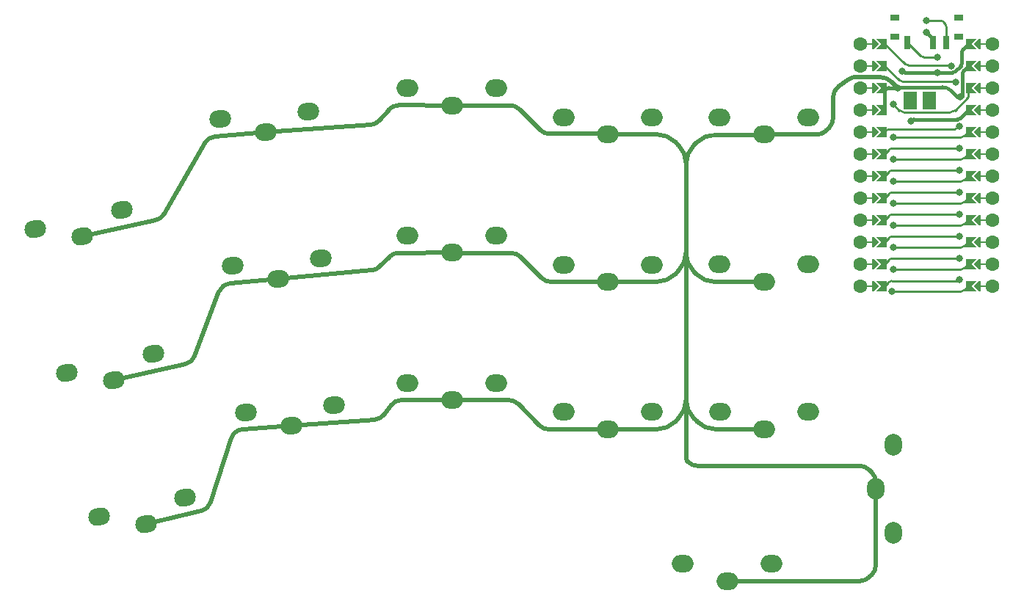
<source format=gbr>
G04 #@! TF.GenerationSoftware,KiCad,Pcbnew,6.0.0-d3dd2cf0fa~116~ubuntu20.04.1*
G04 #@! TF.CreationDate,2022-01-05T21:36:23-05:00*
G04 #@! TF.ProjectId,34,33342e6b-6963-4616-945f-706362585858,0.1*
G04 #@! TF.SameCoordinates,Original*
G04 #@! TF.FileFunction,Copper,L2,Bot*
G04 #@! TF.FilePolarity,Positive*
%FSLAX46Y46*%
G04 Gerber Fmt 4.6, Leading zero omitted, Abs format (unit mm)*
G04 Created by KiCad (PCBNEW 6.0.0-d3dd2cf0fa~116~ubuntu20.04.1) date 2022-01-05 21:36:23*
%MOMM*%
%LPD*%
G01*
G04 APERTURE LIST*
G04 Aperture macros list*
%AMHorizOval*
0 Thick line with rounded ends*
0 $1 width*
0 $2 $3 position (X,Y) of the first rounded end (center of the circle)*
0 $4 $5 position (X,Y) of the second rounded end (center of the circle)*
0 Add line between two ends*
20,1,$1,$2,$3,$4,$5,0*
0 Add two circle primitives to create the rounded ends*
1,1,$1,$2,$3*
1,1,$1,$4,$5*%
%AMFreePoly0*
4,1,5,0.125000,-0.500000,-0.125000,-0.500000,-0.125000,0.500000,0.125000,0.500000,0.125000,-0.500000,0.125000,-0.500000,$1*%
%AMFreePoly1*
4,1,6,0.600000,0.200000,0.000000,-0.400000,-0.600000,0.200000,-0.600000,0.400000,0.600000,0.400000,0.600000,0.200000,0.600000,0.200000,$1*%
%AMFreePoly2*
4,1,6,0.600000,-0.250000,-0.600000,-0.250000,-0.600000,1.000000,0.000000,0.400000,0.600000,1.000000,0.600000,-0.250000,0.600000,-0.250000,$1*%
G04 Aperture macros list end*
G04 #@! TA.AperFunction,ComponentPad*
%ADD10HorizOval,2.000000X0.244074X0.054110X-0.244074X-0.054110X0*%
G04 #@! TD*
G04 #@! TA.AperFunction,ComponentPad*
%ADD11HorizOval,2.000000X0.249049X0.021789X-0.249049X-0.021789X0*%
G04 #@! TD*
G04 #@! TA.AperFunction,ComponentPad*
%ADD12O,2.500000X2.000000*%
G04 #@! TD*
G04 #@! TA.AperFunction,ComponentPad*
%ADD13O,2.000000X2.500000*%
G04 #@! TD*
G04 #@! TA.AperFunction,SMDPad,CuDef*
%ADD14R,1.500000X2.100000*%
G04 #@! TD*
G04 #@! TA.AperFunction,SMDPad,CuDef*
%ADD15FreePoly0,90.000000*%
G04 #@! TD*
G04 #@! TA.AperFunction,ComponentPad*
%ADD16C,1.600000*%
G04 #@! TD*
G04 #@! TA.AperFunction,SMDPad,CuDef*
%ADD17FreePoly0,270.000000*%
G04 #@! TD*
G04 #@! TA.AperFunction,SMDPad,CuDef*
%ADD18FreePoly1,270.000000*%
G04 #@! TD*
G04 #@! TA.AperFunction,SMDPad,CuDef*
%ADD19FreePoly1,90.000000*%
G04 #@! TD*
G04 #@! TA.AperFunction,SMDPad,CuDef*
%ADD20FreePoly2,90.000000*%
G04 #@! TD*
G04 #@! TA.AperFunction,SMDPad,CuDef*
%ADD21FreePoly2,270.000000*%
G04 #@! TD*
G04 #@! TA.AperFunction,SMDPad,CuDef*
%ADD22R,1.000000X0.800000*%
G04 #@! TD*
G04 #@! TA.AperFunction,SMDPad,CuDef*
%ADD23R,0.700000X1.500000*%
G04 #@! TD*
G04 #@! TA.AperFunction,ViaPad*
%ADD24C,0.800000*%
G04 #@! TD*
G04 #@! TA.AperFunction,Conductor*
%ADD25C,0.250000*%
G04 #@! TD*
G04 #@! TA.AperFunction,Conductor*
%ADD26C,0.500000*%
G04 #@! TD*
G04 #@! TA.AperFunction,Conductor*
%ADD27C,0.400000*%
G04 #@! TD*
G04 APERTURE END LIST*
D10*
X31174529Y-77214371D03*
X41132748Y-75006687D03*
X36586518Y-78063121D03*
D11*
X52498174Y-64520239D03*
X62659360Y-63631250D03*
X57753079Y-66068134D03*
D12*
X74144393Y-60958851D03*
X84344393Y-60958851D03*
X79244393Y-62958851D03*
X102333086Y-64327567D03*
X92133086Y-64327567D03*
X97233086Y-66327567D03*
X120325000Y-64325000D03*
X110125000Y-64325000D03*
X115225000Y-66325000D03*
D10*
X34854005Y-93811396D03*
X44812224Y-91603712D03*
X40265994Y-94660146D03*
D11*
X64141002Y-80566566D03*
X53979816Y-81455555D03*
X59234721Y-83003450D03*
D12*
X74144389Y-77958851D03*
X84344389Y-77958851D03*
X79244389Y-79958851D03*
X102333093Y-81327564D03*
X92133093Y-81327564D03*
X97233093Y-83327564D03*
X110125004Y-81324999D03*
X120325004Y-81324999D03*
X115225004Y-83324999D03*
D11*
X55461464Y-98390863D03*
X65622650Y-97501874D03*
X60716369Y-99938758D03*
D12*
X74144382Y-94958862D03*
X84344382Y-94958862D03*
X79244382Y-96958862D03*
X92133093Y-98327566D03*
X102333093Y-98327566D03*
X97233093Y-100327566D03*
X110990000Y-117825000D03*
X116090000Y-115825000D03*
X105890000Y-115825000D03*
D13*
X130125000Y-102075000D03*
X130125000Y-112275000D03*
X128125000Y-107175000D03*
D14*
X134329702Y-62386557D03*
X132129702Y-62386557D03*
D15*
X127642099Y-81255003D03*
D16*
X126372099Y-55855003D03*
D17*
X140342099Y-83795003D03*
D16*
X141612099Y-66015003D03*
D18*
X139834099Y-78715003D03*
D19*
X128150099Y-76175003D03*
D16*
X141612099Y-60935003D03*
D18*
X139834099Y-71095003D03*
D17*
X140342099Y-78715003D03*
D16*
X126372099Y-63475003D03*
X126372099Y-68555003D03*
D19*
X128150099Y-78715003D03*
X128150099Y-66015003D03*
D16*
X141612099Y-71095003D03*
D18*
X139834099Y-58395003D03*
D16*
X141612099Y-83795003D03*
D17*
X140342099Y-66015003D03*
D18*
X139834099Y-76175003D03*
D19*
X128150099Y-71095003D03*
X128150099Y-60935003D03*
D16*
X126372099Y-58395003D03*
X141612099Y-76175003D03*
D19*
X128150099Y-83795003D03*
D15*
X127642099Y-66015003D03*
D18*
X139834099Y-81255003D03*
D17*
X140342099Y-68555003D03*
D16*
X141612099Y-68555003D03*
D19*
X128150099Y-81255003D03*
D16*
X141612099Y-55855003D03*
D19*
X128150099Y-58395003D03*
D16*
X141612099Y-73635003D03*
D17*
X140342099Y-55855003D03*
D16*
X141612099Y-63475003D03*
D15*
X127642099Y-60935003D03*
D16*
X126372099Y-60935003D03*
D15*
X127642099Y-76175003D03*
D17*
X140342099Y-58395003D03*
D16*
X126372099Y-81255003D03*
D19*
X128150099Y-73635003D03*
D16*
X126372099Y-71095003D03*
D17*
X140342099Y-63475003D03*
D18*
X139834099Y-83795003D03*
D15*
X127642099Y-73635003D03*
X127642099Y-78715003D03*
D19*
X128150099Y-68555003D03*
D16*
X126372099Y-78715003D03*
D18*
X139834099Y-55855003D03*
D16*
X141612099Y-58395003D03*
D18*
X139834099Y-73635003D03*
D15*
X127642099Y-68555003D03*
D18*
X139834099Y-68555003D03*
D17*
X140342099Y-73635003D03*
D18*
X139834099Y-66015003D03*
D16*
X126372099Y-66015003D03*
D15*
X127642099Y-55855003D03*
D18*
X139834099Y-60935003D03*
D16*
X126372099Y-76175003D03*
D17*
X140342099Y-71095003D03*
D16*
X126372099Y-83795003D03*
X126372099Y-73635003D03*
D19*
X128150099Y-63475003D03*
D17*
X140342099Y-60935003D03*
D16*
X141612099Y-81255003D03*
D17*
X140342099Y-76175003D03*
D15*
X127642099Y-83795003D03*
X127642099Y-63475003D03*
D19*
X128150099Y-55855003D03*
D16*
X141612099Y-78715003D03*
D15*
X127642099Y-71095003D03*
D18*
X139834099Y-63475003D03*
D15*
X127642099Y-58395003D03*
D17*
X140342099Y-81255003D03*
D20*
X129166099Y-55855003D03*
X129166099Y-58395003D03*
X129166099Y-60935003D03*
X129166099Y-63475003D03*
X129166099Y-66015003D03*
X129166099Y-68555003D03*
X129166099Y-71095003D03*
X129166099Y-73635003D03*
X129166099Y-76175003D03*
X129166099Y-78715003D03*
X129166099Y-81255003D03*
X129166099Y-83795003D03*
D21*
X138818099Y-83795003D03*
X138818099Y-81255003D03*
X138818099Y-78715003D03*
X138818099Y-76175003D03*
X138818099Y-73635003D03*
X138818099Y-71095003D03*
X138818099Y-68555003D03*
X138818099Y-66015003D03*
X138818099Y-63475003D03*
X138818099Y-60935003D03*
X138818099Y-58395003D03*
X138818099Y-55855003D03*
D10*
X48487367Y-108201359D03*
X38529148Y-110409043D03*
X43941137Y-111257793D03*
D22*
X137650576Y-52861813D03*
X130350576Y-52861813D03*
X130350576Y-55061813D03*
X137650576Y-55061813D03*
D23*
X131750576Y-55711813D03*
X134750576Y-55711813D03*
X136250576Y-55711813D03*
D12*
X110141911Y-98322430D03*
X120341911Y-98322430D03*
X115241911Y-100322430D03*
D24*
X134000579Y-53161815D03*
X130166097Y-74269998D03*
X130166099Y-76810001D03*
X130166097Y-79350000D03*
X130166098Y-81890002D03*
X130025000Y-84450000D03*
X137818099Y-65380003D03*
X136818099Y-58395001D03*
X130166097Y-66650000D03*
X130166096Y-69190003D03*
X130166097Y-71730000D03*
X137818097Y-78080001D03*
X137818095Y-75540003D03*
X137818101Y-73000004D03*
X137818097Y-70460003D03*
X137818099Y-67920001D03*
X130166098Y-62840002D03*
X137318098Y-60300003D03*
X130666098Y-60935001D03*
X137876690Y-61980157D03*
X134000581Y-54561815D03*
X132166099Y-64745000D03*
X132060090Y-62386557D03*
X135272264Y-57384846D03*
X134329703Y-62386558D03*
X135235090Y-59211557D03*
X131166098Y-59030002D03*
X137775090Y-83087557D03*
X137818097Y-80620000D03*
D25*
X136250578Y-53825947D02*
X136250581Y-55711815D01*
X135940002Y-53308264D02*
X136104133Y-53472397D01*
X134000579Y-53161815D02*
X135586446Y-53161815D01*
X136104133Y-53472397D02*
G75*
G02*
X136250578Y-53825947I-353552J-353551D01*
G01*
X135586446Y-53161816D02*
G75*
G02*
X135940002Y-53308264I-1J-500003D01*
G01*
X138329546Y-74123554D02*
X138818098Y-73635001D01*
X130166097Y-74269998D02*
X137975992Y-74270001D01*
X137975992Y-74270001D02*
G75*
G03*
X138329546Y-74123554I1J499997D01*
G01*
X138329545Y-76663555D02*
X138818097Y-76175004D01*
X130166099Y-76810001D02*
X137975992Y-76810001D01*
X137975992Y-76810000D02*
G75*
G03*
X138329545Y-76663555I0J500001D01*
G01*
X130166097Y-79350000D02*
X137975991Y-79350002D01*
X138329544Y-79203556D02*
X138818098Y-78715004D01*
X138329544Y-79203556D02*
G75*
G02*
X137975991Y-79350002I-353553J353556D01*
G01*
X130166098Y-81890002D02*
X137975991Y-81890005D01*
X138329546Y-81743557D02*
X138818099Y-81254999D01*
X138329546Y-81743557D02*
G75*
G02*
X137975991Y-81890005I-353556J353556D01*
G01*
X130044997Y-84430003D02*
X137975988Y-84430003D01*
X130025000Y-84450000D02*
X130044997Y-84430003D01*
X138329541Y-84283557D02*
X138818096Y-83795003D01*
X138329541Y-84283557D02*
G75*
G02*
X137975988Y-84430003I-353553J353556D01*
G01*
X129166099Y-66015003D02*
X129337153Y-65843949D01*
X137647046Y-65551056D02*
X137818099Y-65380003D01*
X131166099Y-65697503D02*
X137293492Y-65697503D01*
X129690706Y-65697503D02*
X131166099Y-65697503D01*
X137647046Y-65551056D02*
G75*
G02*
X137293492Y-65697503I-353553J353550D01*
G01*
X129337153Y-65843949D02*
G75*
G02*
X129690706Y-65697503I353553J-353556D01*
G01*
X136818099Y-58395001D02*
X136728585Y-58305490D01*
X136728585Y-58305490D02*
X131823695Y-58305493D01*
X131470141Y-58159046D02*
X129166098Y-55855001D01*
X131823695Y-58305493D02*
G75*
G02*
X131470141Y-58159046I-1J499997D01*
G01*
X130166097Y-66650000D02*
X137975993Y-66650003D01*
X138329547Y-66503555D02*
X138818099Y-66015001D01*
X138329547Y-66503555D02*
G75*
G02*
X137975993Y-66650003I-353556J353556D01*
G01*
X130166096Y-69190003D02*
X137975989Y-69190003D01*
X138329543Y-69043556D02*
X138818098Y-68555001D01*
X138329543Y-69043556D02*
G75*
G02*
X137975989Y-69190003I-353553J353550D01*
G01*
X138329545Y-71583556D02*
X138818097Y-71095001D01*
X130166097Y-71730000D02*
X137975990Y-71730004D01*
X138329545Y-71583556D02*
G75*
G02*
X137975990Y-71730004I-353556J353556D01*
G01*
X129654650Y-78226448D02*
X129166097Y-78715000D01*
X137818097Y-78080001D02*
X130008203Y-78080002D01*
X130008203Y-78080003D02*
G75*
G03*
X129654650Y-78226448I0J-500001D01*
G01*
X129654650Y-75686450D02*
X129166098Y-76175004D01*
X137818095Y-75540003D02*
X130008204Y-75540003D01*
X130008204Y-75540003D02*
G75*
G03*
X129654650Y-75686450I-1J-499997D01*
G01*
X129654652Y-73146450D02*
X129166096Y-73635004D01*
X137818101Y-73000004D02*
X130008205Y-73000004D01*
X130008205Y-73000005D02*
G75*
G03*
X129654652Y-73146450I0J-500001D01*
G01*
X129654653Y-70606447D02*
X129166096Y-71095001D01*
X137818097Y-70460003D02*
X130008205Y-70460002D01*
X130008205Y-70460003D02*
G75*
G03*
X129654653Y-70606447I0J-500001D01*
G01*
X130666099Y-67920003D02*
X130008206Y-67920003D01*
X130666101Y-67920001D02*
X130666099Y-67920003D01*
X137818099Y-67920001D02*
X130666101Y-67920001D01*
X129654652Y-68066450D02*
X129166099Y-68555003D01*
X129654652Y-68066450D02*
G75*
G02*
X130008206Y-67920003I353553J-353550D01*
G01*
X137261509Y-63549242D02*
X138818098Y-61992653D01*
X131441024Y-63783557D02*
X136695823Y-63783557D01*
X130166098Y-62840002D02*
X130875339Y-63549243D01*
X138818098Y-61992653D02*
X138818098Y-60935003D01*
X137261509Y-63549242D02*
G75*
G02*
X136695823Y-63783557I-565689J565692D01*
G01*
X130875339Y-63549243D02*
G75*
G03*
X131441024Y-63783557I565685J565686D01*
G01*
X130835139Y-60064045D02*
X129166098Y-58395003D01*
X137228587Y-60210490D02*
X131188693Y-60210492D01*
X137318098Y-60300003D02*
X137228587Y-60210490D01*
X131188693Y-60210492D02*
G75*
G02*
X130835139Y-60064045I-1J499997D01*
G01*
D26*
X128125000Y-107096575D02*
X128125000Y-116028680D01*
X97285653Y-66275000D02*
X97233086Y-66327567D01*
X72224565Y-97559820D02*
X71457875Y-98597800D01*
X107511217Y-99434022D02*
X107137200Y-99060000D01*
D27*
X137876690Y-61980157D02*
X137542322Y-61980157D01*
X129166098Y-61435002D02*
X129166099Y-63475004D01*
D26*
X129976016Y-60266343D02*
X130644674Y-60935001D01*
X126328680Y-117825000D02*
X110925000Y-117825000D01*
X53788705Y-101365542D02*
X51409366Y-108745524D01*
X60716369Y-99938758D02*
X55112027Y-100329449D01*
X89347226Y-99888226D02*
X86857202Y-97398202D01*
X128125000Y-107096575D02*
X128125000Y-106396320D01*
D27*
X135803402Y-60862557D02*
X130738542Y-60862557D01*
D26*
X70365488Y-99202248D02*
X60716369Y-99938758D01*
X102857362Y-66275000D02*
X97285653Y-66275000D01*
X127685660Y-117089340D02*
X127389340Y-117385660D01*
D27*
X137542322Y-61980157D02*
X136864062Y-61301897D01*
D26*
X59234721Y-83003450D02*
X53667591Y-83470861D01*
X97148719Y-66243200D02*
X90486520Y-66243200D01*
X79244389Y-79958851D02*
X79295538Y-80010000D01*
D27*
X130738542Y-60862557D02*
X130666098Y-60935001D01*
D26*
X79244382Y-96958862D02*
X73433137Y-96951023D01*
X85796542Y-96958862D02*
X79244382Y-96958862D01*
D27*
X130666098Y-60935001D02*
X129666098Y-60935002D01*
D26*
X79244393Y-62958851D02*
X73081103Y-62950881D01*
X115200000Y-66350000D02*
X115225000Y-66325000D01*
D27*
X130666098Y-60935001D02*
X130644674Y-60935001D01*
D26*
X105359200Y-99085400D02*
X104985178Y-99459417D01*
X102878684Y-66296322D02*
X102857362Y-66275000D01*
X97285786Y-100380800D02*
X97233093Y-100433493D01*
X87180340Y-80449340D02*
X89619224Y-82888224D01*
X48515436Y-92778915D02*
X40265994Y-94660146D01*
X123829215Y-60801395D02*
X125010491Y-59959192D01*
X125881276Y-59680557D02*
X128561803Y-59680557D01*
X115225000Y-66325000D02*
X121337536Y-66325000D01*
X126278680Y-104550000D02*
X107554614Y-104550000D01*
X102853319Y-100327566D02*
X97233093Y-100327566D01*
X102856393Y-83327564D02*
X97233093Y-83327564D01*
D27*
X137876690Y-61980157D02*
X137993416Y-61980157D01*
D26*
X107128737Y-67578758D02*
X107477787Y-67229705D01*
X79244389Y-79958851D02*
X73094224Y-79973523D01*
X106242972Y-69707161D02*
X106250096Y-69700037D01*
X45074618Y-76193273D02*
X36586518Y-78063121D01*
X72037141Y-80412859D02*
X70882464Y-81567536D01*
D27*
X137993416Y-61980157D02*
X138082589Y-61890984D01*
D26*
X122387429Y-65896319D02*
X122749893Y-65541105D01*
X102863855Y-83320102D02*
X102856393Y-83327564D01*
X97233093Y-100327566D02*
X90407886Y-100327566D01*
X123200000Y-64469785D02*
X123200000Y-62022760D01*
X109632533Y-100312700D02*
X109642263Y-100322430D01*
X109600136Y-66350000D02*
X115200000Y-66350000D01*
D27*
X134604133Y-55165367D02*
X134000581Y-54561815D01*
D26*
X109586640Y-83324999D02*
X115225004Y-83324999D01*
X69834111Y-65218323D02*
X57753079Y-66068134D01*
D27*
X138264055Y-58949042D02*
X138818098Y-58395005D01*
D26*
X69961464Y-82000360D02*
X59234721Y-83003450D01*
X109642263Y-100322430D02*
X115241911Y-100322430D01*
X106493954Y-104110660D02*
X106333476Y-103950182D01*
X97233086Y-66327567D02*
X97148719Y-66243200D01*
X105374017Y-67549022D02*
X105000000Y-67175000D01*
X102863855Y-100338102D02*
X102853319Y-100327566D01*
X105359200Y-82067400D02*
X104985178Y-82441417D01*
X50327512Y-109744849D02*
X43941137Y-111257793D01*
X107111800Y-82092800D02*
X107460853Y-82441850D01*
X85959531Y-62958851D02*
X79244393Y-62958851D01*
X90679884Y-83327564D02*
X97233093Y-83327564D01*
X109582132Y-83320491D02*
X109586640Y-83324999D01*
X71951083Y-63462226D02*
X70856937Y-64710675D01*
X109599113Y-66351023D02*
X109600136Y-66350000D01*
X52390193Y-84434672D02*
X49584828Y-91847389D01*
X97233093Y-100433493D02*
X97233093Y-100327566D01*
X50708878Y-67310828D02*
X46054921Y-75471487D01*
X79295538Y-80010000D02*
X86119680Y-80010000D01*
D27*
X138117609Y-61698383D02*
X138117607Y-59302597D01*
D26*
X57753079Y-66068134D02*
X51886767Y-66559147D01*
X127685660Y-105335660D02*
X127339340Y-104989340D01*
X106242972Y-103437035D02*
X106242972Y-69707161D01*
X89425860Y-65803860D02*
X87020191Y-63398191D01*
D27*
X134750581Y-55711813D02*
X134750580Y-55518918D01*
D26*
X50327512Y-109744849D02*
G75*
G03*
X51409366Y-108745524I-345783J1459601D01*
G01*
X126328680Y-117824999D02*
G75*
G03*
X127389339Y-117385659I-1J1500001D01*
G01*
X72037141Y-80412859D02*
G75*
G02*
X73094224Y-79973523I1060660J-1060659D01*
G01*
X129976016Y-60266343D02*
G75*
G03*
X128561803Y-59680557I-1414213J-1414214D01*
G01*
X89347226Y-99888226D02*
G75*
G03*
X90407886Y-100327566I1060661J1060662D01*
G01*
X70365488Y-99202247D02*
G75*
G03*
X71457875Y-98597800I-114162J1495649D01*
G01*
X48515436Y-92778914D02*
G75*
G03*
X49584827Y-91847389I-333505J1462457D01*
G01*
X107137200Y-99060000D02*
G75*
G02*
X106258515Y-96938677I2121265J2121305D01*
G01*
X104985178Y-99459417D02*
G75*
G02*
X102863855Y-100338102I-2121305J2121265D01*
G01*
X90486520Y-66243199D02*
G75*
G02*
X89425861Y-65803859I1J1500001D01*
G01*
X125010491Y-59959192D02*
G75*
G02*
X125881276Y-59680557I870785J-1221363D01*
G01*
X102878684Y-66296322D02*
G75*
G02*
X105000000Y-67175000I30J-2999921D01*
G01*
X106242973Y-103437035D02*
G75*
G03*
X106333477Y-103950182I1499970J-4D01*
G01*
X70856937Y-64710675D02*
G75*
G02*
X69834111Y-65218323I-1128082J988661D01*
G01*
X107511217Y-99434022D02*
G75*
G03*
X109632533Y-100312700I2121286J2121243D01*
G01*
X50708879Y-67310828D02*
G75*
G02*
X51886767Y-66559148I1302999J-743089D01*
G01*
D27*
X129666098Y-60935002D02*
G75*
G03*
X129166098Y-61435002I1J-500001D01*
G01*
D26*
X89619224Y-82888224D02*
G75*
G03*
X90679884Y-83327564I1060661J1060662D01*
G01*
X53667591Y-83470861D02*
G75*
G03*
X52390193Y-84434672I125497J-1494741D01*
G01*
X55112027Y-100329450D02*
G75*
G03*
X53788706Y-101365542I104317J-1496370D01*
G01*
X87180340Y-80449340D02*
G75*
G03*
X86119680Y-80010000I-1060661J-1060662D01*
G01*
D27*
X138117608Y-61698383D02*
G75*
G02*
X138082588Y-61890984I-602824J10125D01*
G01*
D26*
X46054921Y-75471487D02*
G75*
G02*
X45074618Y-76193273I-1303000J743088D01*
G01*
X126278680Y-104550001D02*
G75*
G02*
X127339339Y-104989341I-1J-1500001D01*
G01*
X122387429Y-65896319D02*
G75*
G02*
X121337536Y-66325000I-1049891J1071314D01*
G01*
X109582132Y-83320491D02*
G75*
G02*
X107460853Y-82441850I-37J2999904D01*
G01*
X105374017Y-67549022D02*
G75*
G02*
X106252702Y-69670345I-2121265J-2121305D01*
G01*
X107128737Y-67578758D02*
G75*
G03*
X106250096Y-69700037I2121263J-2121242D01*
G01*
X106493954Y-104110660D02*
G75*
G03*
X107554614Y-104550000I1060661J1060662D01*
G01*
X70882464Y-81567536D02*
G75*
G02*
X69961464Y-82000360I-1060663J1060667D01*
G01*
X72224565Y-97559820D02*
G75*
G02*
X73433137Y-96951023I1206549J-891202D01*
G01*
X127685660Y-105335660D02*
G75*
G02*
X128125000Y-106396320I-1060662J-1060661D01*
G01*
D27*
X134750579Y-55518918D02*
G75*
G03*
X134604133Y-55165367I-500003J-4D01*
G01*
D26*
X122749893Y-65541105D02*
G75*
G03*
X123200000Y-64469785I-1049891J1071318D01*
G01*
X105359200Y-99085400D02*
G75*
G03*
X106237878Y-96964084I-2121243J2121286D01*
G01*
X86857202Y-97398202D02*
G75*
G03*
X85796542Y-96958862I-1060661J-1060662D01*
G01*
X109599113Y-66351024D02*
G75*
G03*
X107477788Y-67229706I-13J-2999976D01*
G01*
X85959531Y-62958852D02*
G75*
G02*
X87020190Y-63398192I-1J-1500001D01*
G01*
D27*
X135803402Y-60862558D02*
G75*
G02*
X136864061Y-61301898I-1J-1500001D01*
G01*
D26*
X71951083Y-63462226D02*
G75*
G02*
X73081103Y-62950881I1128080J-988655D01*
G01*
X105359200Y-82067400D02*
G75*
G03*
X106237878Y-79946084I-2121243J2121286D01*
G01*
X102863855Y-83320102D02*
G75*
G03*
X104985178Y-82441417I18J2999950D01*
G01*
X128124999Y-116028680D02*
G75*
G02*
X127685659Y-117089339I-1500001J1D01*
G01*
X107111800Y-82092800D02*
G75*
G02*
X106233118Y-79971474I2121295J2121313D01*
G01*
X123829215Y-60801395D02*
G75*
G03*
X123200000Y-62022760I870783J-1221364D01*
G01*
D27*
X138264055Y-58949042D02*
G75*
G03*
X138117607Y-59302597I353544J-353552D01*
G01*
X137505499Y-64580491D02*
X132537715Y-64580491D01*
X137859053Y-64434044D02*
X138818097Y-63475000D01*
X132184161Y-64726938D02*
X132166099Y-64745000D01*
X132184161Y-64726938D02*
G75*
G02*
X132537715Y-64580491I353553J-353550D01*
G01*
X137505499Y-64580491D02*
G75*
G03*
X137859053Y-64434044I1J499997D01*
G01*
D25*
X131750576Y-55711813D02*
X133277163Y-57238400D01*
X133630716Y-57384846D02*
X135272264Y-57384846D01*
X133630716Y-57384845D02*
G75*
G02*
X133277163Y-57238400I0J500001D01*
G01*
D27*
X137300771Y-59048069D02*
X137905552Y-58443284D01*
X136947214Y-59194516D02*
X134671933Y-59194516D01*
X138051997Y-58089732D02*
X138051997Y-56828212D01*
X138198444Y-56474658D02*
X138818100Y-55855003D01*
X131184161Y-59048065D02*
X131166098Y-59030002D01*
X134671930Y-59194513D02*
X131537716Y-59194513D01*
X138051996Y-58089732D02*
G75*
G02*
X137905552Y-58443284I-500001J0D01*
G01*
X138198444Y-56474658D02*
G75*
G03*
X138051997Y-56828212I353550J-353553D01*
G01*
X136947214Y-59194515D02*
G75*
G03*
X137300770Y-59048068I7J499990D01*
G01*
X131537716Y-59194513D02*
G75*
G02*
X131184161Y-59048065I-3J499992D01*
G01*
D25*
X137648090Y-83214557D02*
X129953644Y-83214557D01*
X129600090Y-83361004D02*
X129166094Y-83795000D01*
X137775090Y-83087557D02*
X137648090Y-83214557D01*
X129600090Y-83361004D02*
G75*
G02*
X129953644Y-83214557I353553J-353550D01*
G01*
X137818097Y-80620000D02*
X130008205Y-80620002D01*
X129654652Y-80766448D02*
X129166099Y-81255000D01*
X129654652Y-80766448D02*
G75*
G02*
X130008205Y-80620002I353553J-353556D01*
G01*
M02*

</source>
